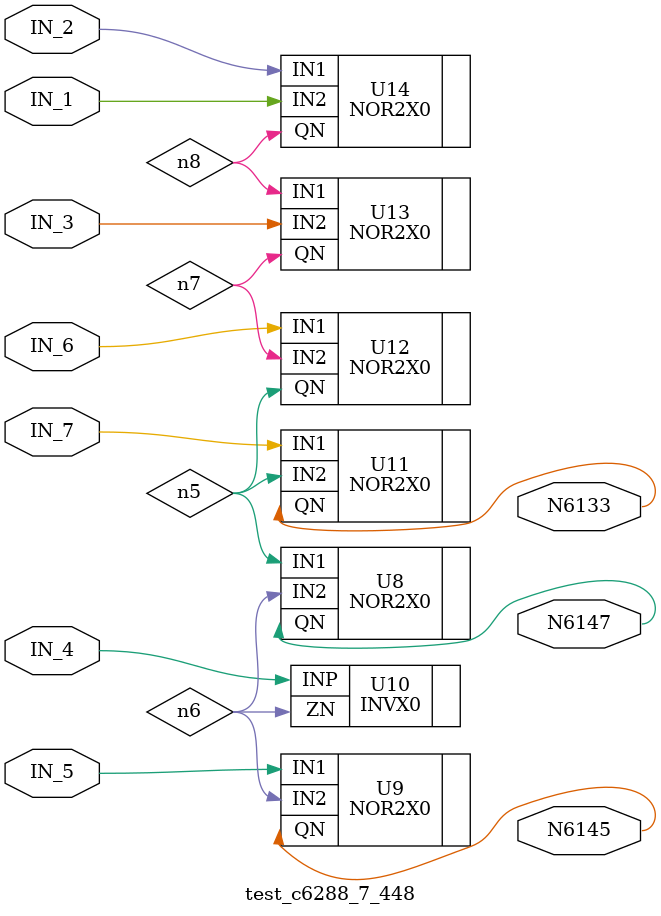
<source format=v>


module test_c6288_7_448 ( IN_1, IN_2, IN_3, IN_4, IN_5, IN_6, IN_7, N6145, 
        N6147, N6133 );
  input IN_1, IN_2, IN_3, IN_4, IN_5, IN_6, IN_7;
  output N6145, N6147, N6133;
  wire   n5, n6, n7, n8;

  NOR2X0 U8 ( .IN1(n5), .IN2(n6), .QN(N6147) );
  NOR2X0 U9 ( .IN1(IN_5), .IN2(n6), .QN(N6145) );
  INVX0 U10 ( .INP(IN_4), .ZN(n6) );
  NOR2X0 U11 ( .IN1(IN_7), .IN2(n5), .QN(N6133) );
  NOR2X0 U12 ( .IN1(IN_6), .IN2(n7), .QN(n5) );
  NOR2X0 U13 ( .IN1(n8), .IN2(IN_3), .QN(n7) );
  NOR2X0 U14 ( .IN1(IN_2), .IN2(IN_1), .QN(n8) );
endmodule


</source>
